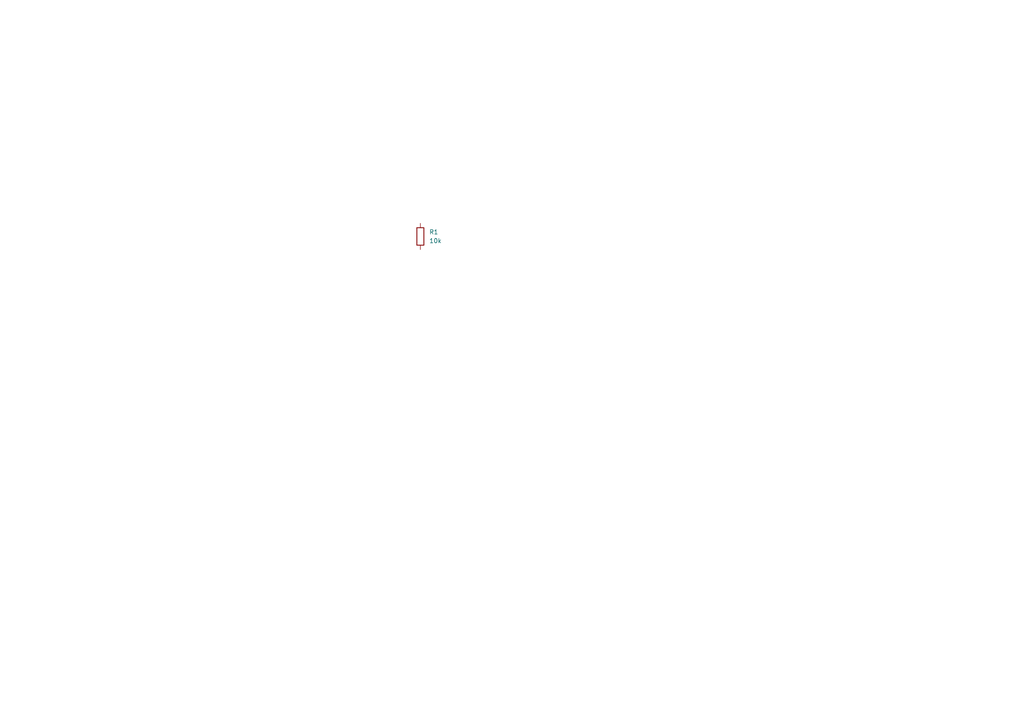
<source format=kicad_sch>
(kicad_sch (version 20250114) (generator "eeschema") (generator_version "9.0")
  (paper "A4")
  (lib_symbols
    (symbol "Device:R" (pin_numbers (hide yes)) (pin_names (offset 0))
      (property "Reference" "R" (at 2.032 0 90))
      (property "Value" "R" (at 0 0 90))
      (symbol "R_0_1"
        (rectangle (start -1.016 -2.54) (end 1.016 2.54) (stroke (width 0.254)))
      )
      (symbol "R_1_1"
        (pin passive line (at 0 3.81 270) (length 1.27) (name "~") (number "1"))
        (pin passive line (at 0 -3.81 90) (length 1.27) (name "~") (number "2"))
      )
    )
  )
  (symbol (lib_id "Device:R") (at 121.92 68.58 0) (unit 1)
    (property "Reference" "R1" (at 124.46 67.3099 0) (effects (justify left)))
    (property "Value" "10k" (at 124.46 69.8499 0) (effects (justify left)))
    (property "Footprint" "Resistor_SMD:R_0603_1608Metric" (effects (hide yes)))
    (property "Description" "Resistor" (effects (hide yes)))
  )
)
</source>
